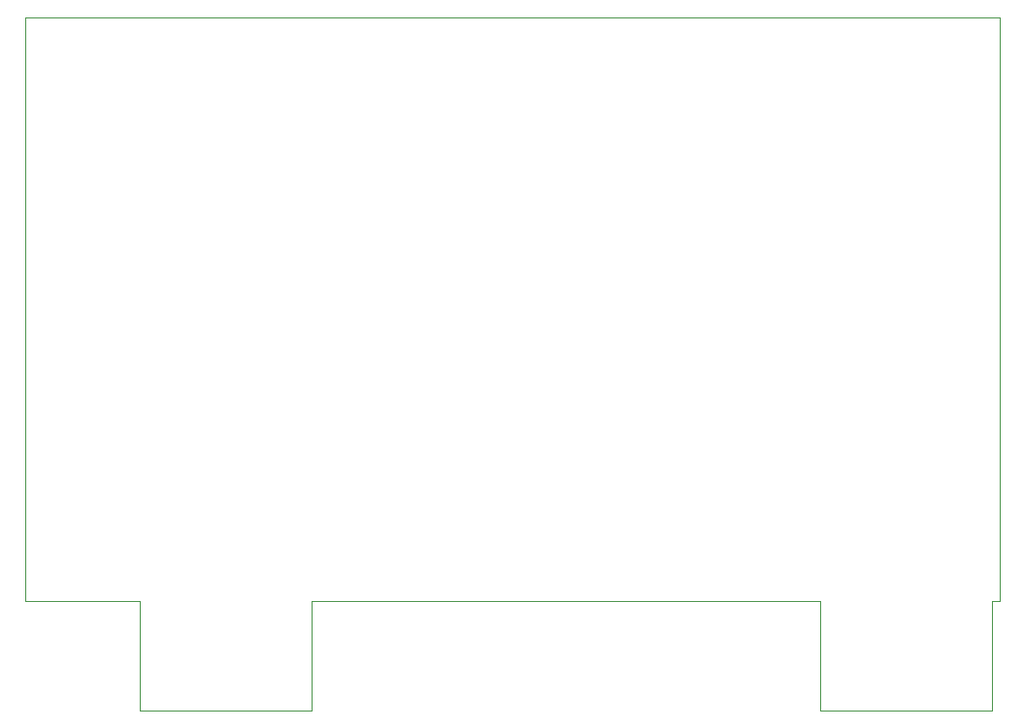
<source format=gbr>
%TF.GenerationSoftware,KiCad,Pcbnew,7.0.9*%
%TF.CreationDate,2024-06-20T13:45:24+03:00*%
%TF.ProjectId,_____ _______ _______ __________,1f3b3042-3020-4323-9d35-483d38452048,rev?*%
%TF.SameCoordinates,Original*%
%TF.FileFunction,Profile,NP*%
%FSLAX46Y46*%
G04 Gerber Fmt 4.6, Leading zero omitted, Abs format (unit mm)*
G04 Created by KiCad (PCBNEW 7.0.9) date 2024-06-20 13:45:24*
%MOMM*%
%LPD*%
G01*
G04 APERTURE LIST*
%TA.AperFunction,Profile*%
%ADD10C,0.100000*%
%TD*%
G04 APERTURE END LIST*
D10*
X99000000Y-121000000D02*
X99000000Y-130500000D01*
X158380000Y-121000000D02*
X158380000Y-130500000D01*
X158380000Y-130500000D02*
X173380000Y-130500000D01*
X173380000Y-121000000D02*
X174000000Y-121000000D01*
X96500000Y-121000000D02*
X99000000Y-121000000D01*
X96500000Y-121000000D02*
X89000000Y-121000000D01*
X89000000Y-121000000D02*
X89000000Y-70000000D01*
X114000000Y-130500000D02*
X114000000Y-121000000D01*
X89000000Y-70000000D02*
X96500000Y-70000000D01*
X174000000Y-70000000D02*
X96500000Y-70000000D01*
X173380000Y-130500000D02*
X173380000Y-121000000D01*
X99000000Y-130500000D02*
X114000000Y-130500000D01*
X114000000Y-121000000D02*
X158380000Y-121000000D01*
X174000000Y-121000000D02*
X174000000Y-70000000D01*
M02*

</source>
